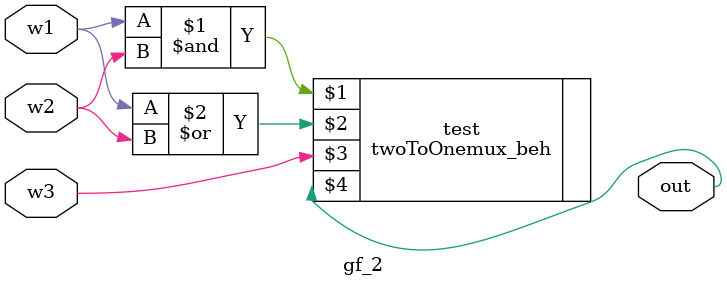
<source format=sv>
`timescale 1ns / 1ps


module gf_2(
input logic w1 , w2 , w3 ,
output logic out 
    );
    twoToOnemux_beh test(w1&w2 , w1|w2 , w3 , out) ;
endmodule



</source>
